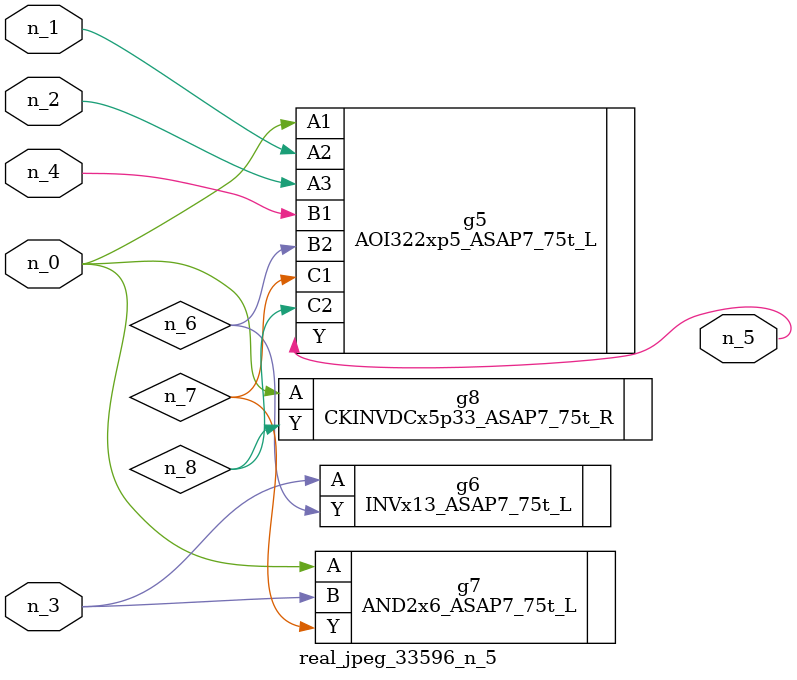
<source format=v>
module real_jpeg_33596_n_5 (n_4, n_0, n_1, n_2, n_3, n_5);

input n_4;
input n_0;
input n_1;
input n_2;
input n_3;

output n_5;

wire n_8;
wire n_6;
wire n_7;

AOI322xp5_ASAP7_75t_L g5 ( 
.A1(n_0),
.A2(n_1),
.A3(n_2),
.B1(n_4),
.B2(n_6),
.C1(n_7),
.C2(n_8),
.Y(n_5)
);

AND2x6_ASAP7_75t_L g7 ( 
.A(n_0),
.B(n_3),
.Y(n_7)
);

CKINVDCx5p33_ASAP7_75t_R g8 ( 
.A(n_0),
.Y(n_8)
);

INVx13_ASAP7_75t_L g6 ( 
.A(n_3),
.Y(n_6)
);


endmodule
</source>
